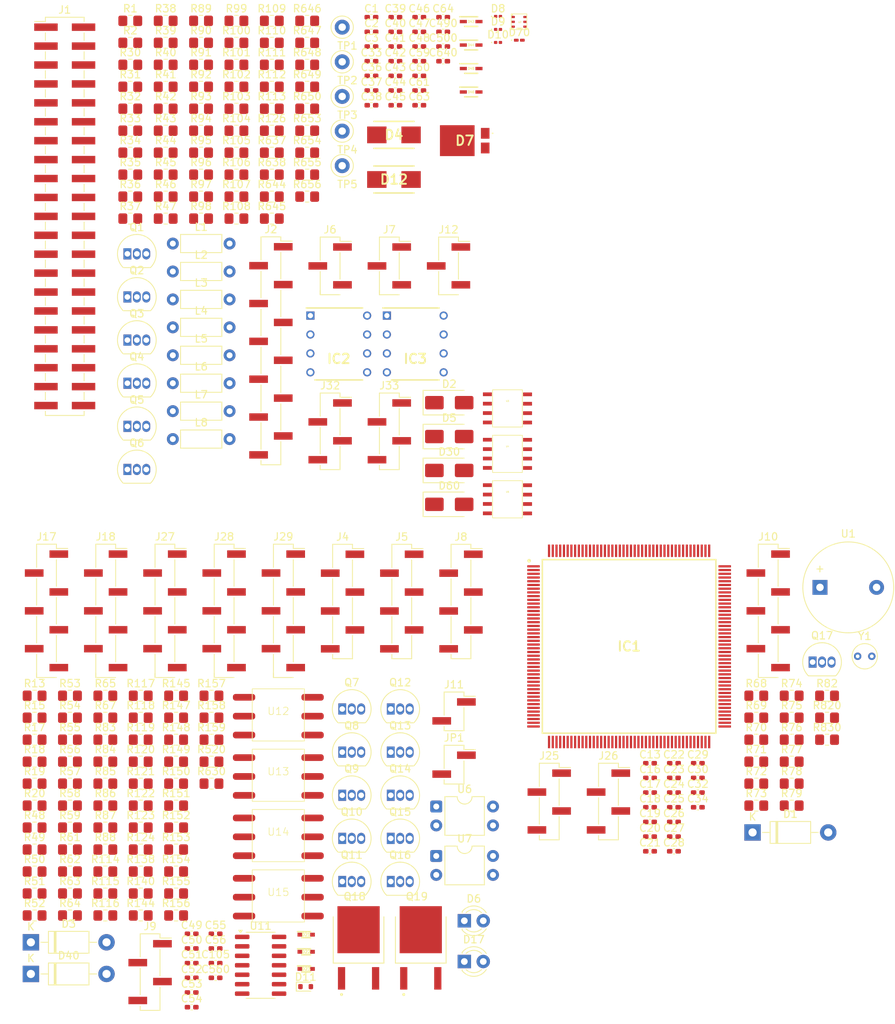
<source format=kicad_pcb>
(kicad_pcb (version 20241229) (generator "pcbnew") (generator_version "9.0")
  (layers (0 "F.Cu" signal) (2 "B.Cu" signal) (13 "F.Paste" user) (15 "B.Paste" user) (5 "F.SilkS" user "F.Silkscreen") (7 "B.SilkS" user "B.Silkscreen") (1 "F.Mask" user) (3 "B.Mask" user) (25 "Edge.Cuts" user))
  (net 0 "")
  (net 1 "D+5V")
  (net 2 "MCU_GND")
  (net 3 "+3.3V")
  (net 4 "VLED+")
  (net 5 "Net-(IC1-VCL)")
  (net 6 "MCU_VCC_3.3_IN")
  (net 7 "Net-(IC1-VCL0)")
  (net 8 "CGC0_EXTAL")
  (net 9 "D+3.3V")
  (net 10 "Net-(U5-BST)")
  (net 11 "Net-(D60-K)")
  (net 12 "CGC0_XTAL")
  (net 13 "Net-(C36-Pad2)")
  (net 14 "Net-(U5-COMP)")
  (net 15 "Net-(U5-SS)")
  (net 16 "Net-(D5-K)")
  (net 17 "Net-(U4-BST)")
  (net 18 "D+24V")
  (net 19 "Net-(C40-Pad1)")
  (net 20 "Net-(U4-COMP)")
  (net 21 "Net-(C42-Pad2)")
  (net 22 "Net-(U4-SS)")
  (net 23 "Net-(U3-BST)")
  (net 24 "Net-(D30-K)")
  (net 25 "Net-(C46-Pad2)")
  (net 26 "Net-(U3-COMP)")
  (net 27 "Net-(C47-Pad2)")
  (net 28 "Net-(U3-SS)")
  (net 29 "Net-(U11-CH4+)")
  (net 30 "Net-(U11-CH4-)")
  (net 31 "Net-(U11-CH1+)")
  (net 32 "Net-(U11-CH1-)")
  (net 33 "Net-(U11-CH3+)")
  (net 34 "Net-(U11-CH3-)")
  (net 35 "Net-(U11-CH2+)")
  (net 36 "Net-(U11-CH2-)")
  (net 37 "TEMP_SENSOR_1")
  (net 38 "PUMP_CURRENT_SENSE_ADC3")
  (net 39 "TXD1")
  (net 40 "RXD1")
  (net 41 "TXD2")
  (net 42 "PUMP_CURRENT_SENSE_ADC2")
  (net 43 "Net-(C500-Pad1)")
  (net 44 "PUMP_CURRENT_SENSE_ADC1")
  (net 45 "RXD2")
  (net 46 "Net-(D1-K)")
  (net 47 "Net-(D1-A)")
  (net 48 "Net-(D2-A)")
  (net 49 "D+12V")
  (net 50 "Net-(D3-A)")
  (net 51 "Net-(D6-A)")
  (net 52 "nFAULT_1")
  (net 53 "+24v")
  (net 54 "Net-(D8-A)")
  (net 55 "Net-(D9-A)")
  (net 56 "Net-(D10-A)")
  (net 57 "nFAULT_2")
  (net 58 "Net-(D17-A)")
  (net 59 "Net-(D40-A)")
  (net 60 "TXD1_IN")
  (net 61 "RXD1_IN")
  (net 62 "TXD2_IN")
  (net 63 "RXD2_IN")
  (net 64 "Net-(D70-A)")
  (net 65 "M1_1")
  (net 67 "PUMP2_REV")
  (net 68 "LED_CNTRL_5")
  (net 70 "TOFF1")
  (net 72 "G1")
  (net 73 "BACKLIGHT_PWM")
  (net 74 "STEP1")
  (net 75 "SDA2")
  (net 76 "OUT_1")
  (net 78 "PUMP3_FWD")
  (net 79 "LED_CNTRL_8")
  (net 80 "IN_1")
  (net 83 "RESET")
  (net 84 "DEBUG0_SWDIO")
  (net 85 "R7")
  (net 87 "DCLK")
  (net 88 "B2")
  (net 89 "DECAY0_2")
  (net 90 "M0_2")
  (net 92 "R5")
  (net 93 "TP_RESET")
  (net 94 "BUZZER_INPUT")
  (net 96 "IN_3")
  (net 98 "PUMP1_FWD")
  (net 99 "LED_CNTRL_9")
  (net 101 "B0")
  (net 105 "DIR1")
  (net 107 "B7")
  (net 108 "SDA")
  (net 111 "LED_CNTRL_4")
  (net 113 "R6")
  (net 114 "INT")
  (net 115 "nSLEEP2")
  (net 117 "B4")
  (net 118 "SDA3")
  (net 119 "IN_2")
  (net 121 "SCL2")
  (net 122 "SCL3")
  (net 123 "R1")
  (net 124 "DECAY1_2")
  (net 126 "G5")
  (net 127 "DEBUG0_TD1")
  (net 128 "DECAY1_1")
  (net 129 "Net-(IC1-XCIN)")
  (net 130 "OUT_2")
  (net 131 "G2")
  (net 132 "STEP2")
  (net 133 "R4")
  (net 134 "ENABLE2")
  (net 136 "M1_2")
  (net 137 "TOFF2")
  (net 138 "G4")
  (net 139 "OUTPUT_2")
  (net 143 "Net-(IC1-P201{slash}MD)")
  (net 147 "B3")
  (net 148 "LED_CNTRL_7")
  (net 149 "DIR2")
  (net 150 "PUMP1_PWM")
  (net 151 "B6")
  (net 152 "SCL1")
  (net 153 "G3")
  (net 156 "SDA1")
  (net 157 "nSLEEP1")
  (net 158 "DATA_ENABLE")
  (net 159 "LED_CNTRL_10")
  (net 160 "PUMP2_FWD")
  (net 161 "R0")
  (net 163 "M0_1")
  (net 164 "R3")
  (net 165 "DEBUG0_SWCLK")
  (net 167 "OUTPUT_1")
  (net 168 "PUMP3_REV")
  (net 169 "LED_CNTRL_6")
  (net 170 "B5")
  (net 171 "OUT_3")
  (net 172 "PUMP1_REV")
  (net 173 "G7")
  (net 174 "ENABLE1")
  (net 175 "G0")
  (net 176 "LED_CNTRL_1")
  (net 178 "VSYNC")
  (net 179 "DECAY0_1")
  (net 180 "HSYNC")
  (net 181 "G6")
  (net 182 "R2")
  (net 184 "PUMP2_PWM")
  (net 186 "PUMP3_PWM")
  (net 187 "DEBUG0_TD0")
  (net 188 "LED_CNTRL_2")
  (net 191 "TP_SCL")
  (net 192 "Net-(IC1-USBHS_RREF)")
  (net 193 "LED_CNTRL_3")
  (net 194 "B1")
  (net 196 "Net-(IC2-ANODE_1)")
  (net 197 "Net-(IC2-ANODE_2)")
  (net 198 "Net-(IC3-ANODE_1)")
  (net 199 "Net-(IC3-ANODE_2)")
  (net 202 "VLED-")
  (net 208 "TP_SDA")
  (net 210 "VREF1")
  (net 211 "OUT+12V")
  (net 212 "VREF2")
  (net 213 "EXTRA_OUT_2")
  (net 214 "EXTRA_OUT_1")
  (net 215 "EXTRA_OUT_3")
  (net 216 "EXTRA_IN_2")
  (net 217 "EXTRA_IN_1")
  (net 218 "LED_IN4")
  (net 219 "LED_IN6")
  (net 220 "LED_IN2")
  (net 221 "LED_IN5")
  (net 222 "LED_IN3")
  (net 223 "LED_IN1")
  (net 224 "LED_IN9")
  (net 225 "LED_IN7")
  (net 226 "LED_IN8")
  (net 227 "LED_IN10")
  (net 228 "DC_OUT_2")
  (net 229 "DC_OUT_1")
  (net 231 "7-12V")
  (net 232 "6569_VREF_1")
  (net 233 "6569_VREF_2")
  (net 234 "6569_VREF_3")
  (net 235 "TXD1_IN_CON")
  (net 236 "RXD1_IN_CON")
  (net 237 "RXD2_IN_CON")
  (net 238 "TXD2_IN_CON")
  (net 239 "Net-(Q1-B)")
  (net 240 "Net-(Q2-B)")
  (net 241 "Net-(Q3-B)")
  (net 242 "Net-(Q4-B)")
  (net 243 "Net-(Q5-B)")
  (net 244 "Net-(Q6-B)")
  (net 245 "Net-(Q7-B)")
  (net 246 "Net-(Q8-B)")
  (net 247 "Net-(Q9-B)")
  (net 248 "Net-(Q10-B)")
  (net 249 "Net-(Q11-B)")
  (net 250 "Net-(Q12-B)")
  (net 251 "Net-(Q13-B)")
  (net 252 "Net-(Q14-B)")
  (net 253 "Net-(Q15-B)")
  (net 254 "Net-(Q16-B)")
  (net 255 "Net-(Q17-B)")
  (net 256 "BUZZER")
  (net 257 "Net-(Q18-Pad1)")
  (net 258 "Net-(Q19-Pad1)")
  (net 259 "Net-(R1-Pad2)")
  (net 260 "Net-(R87-Pad1)")
  (net 261 "Net-(R88-Pad1)")
  (net 262 "Net-(U5-EN)")
  (net 263 "Net-(U5-FB)")
  (net 264 "Net-(U5-FSW)")
  (net 265 "Net-(U4-EN)")
  (net 266 "Net-(U4-FB)")
  (net 267 "Net-(U4-FSW)")
  (net 268 "Net-(U3-EN)")
  (net 269 "Net-(U3-FB)")
  (net 270 "Net-(U3-FSW)")
  (net 271 "CH4+")
  (net 272 "CH1+")
  (net 273 "CH4-")
  (net 274 "CH3-")
  (net 275 "CH1-")
  (net 276 "CH2+")
  (net 277 "CH3+")
  (net 278 "CH2-")
  (footprint "Capacitor_SMD:C_0402_1005Metric_Pad0.74x0.62mm_HandSolder" (layer "F.Cu") (at 74.015 132.795)
    (property "Reference" "C24")
    (property "Value" "0.1uF")
  )
  (footprint "Capacitor_SMD:C_0402_1005Metric_Pad0.74x0.62mm_HandSolder" (layer "F.Cu") (at 70.805 130.825)
    (property "Reference" "C16")
    (property "Value" "0.1uF")
  )
  (footprint "Resistor_SMD:R_0805_2012Metric_Pad1.20x1.40mm_HandSolder" (layer "F.Cu") (at 10.525 38.035)
    (property "Reference" "R92")
    (property "Value" "10K")
  )
  (footprint "Capacitor_SMD:C_0402_1005Metric_Pad0.74x0.62mm_HandSolder" (layer "F.Cu") (at 33.405 40.515)
    (property "Reference" "C38")
    (property "Value" "100nF/50v")
  )
  (footprint "Resistor_SMD:R_0805_2012Metric_Pad1.20x1.40mm_HandSolder" (layer "F.Cu") (at 15.275 38.035)
    (property "Reference" "R102")
    (property "Value" "1K")
  )
  (footprint "Capacitor_SMD:C_0402_1005Metric_Pad0.74x0.62mm_HandSolder" (layer "F.Cu") (at 36.615 36.575)
    (property "Reference" "C43")
    (property "Value" "22nF/25V")
  )
  (footprint "Resistor_SMD:R_0805_2012Metric_Pad1.20x1.40mm_HandSolder" (layer "F.Cu") (at -11.825 137.495)
    (property "Reference" "R48")
    (property "Value" "1K")
  )
  (footprint "Resistor_SMD:R_0805_2012Metric_Pad1.20x1.40mm_HandSolder" (layer "F.Cu") (at -2.325 140.445)
    (property "Reference" "R88")
    (property "Value" "470E")
  )
  (footprint "Resistor_SMD:R_0805_2012Metric_Pad1.20x1.40mm_HandSolder" (layer "F.Cu") (at -11.825 140.445)
    (property "Reference" "R49")
    (property "Value" "1K")
  )
  (footprint "Package_TO_SOT_THT:TO-92_Inline" (layer "F.Cu") (at 35.995 144.735)
    (property "Reference" "Q16")
    (property "Value" "PN2222A")
  )
  (footprint "Package_DIP:DIP-4_W7.62mm" (layer "F.Cu") (at 42.105 141.305)
    (property "Reference" "U7")
    (property "Value" "PC817")
  )
  (footprint "footprints:SD05-01FTG" (layer "F.Cu") (at 46.79 32.435)
    (property "Reference" "D44")
    (property "Value" "SD05-01FTG" (hide yes))
  )
  (footprint "TestPoint:TestPoint_Loop_D1.80mm_Drill1.0mm_Beaded" (layer "F.Cu") (at 29.475 43.985)
    (property "Reference" "TP4")
    (property "Value" "3.3V_TP")
  )
  (footprint "Resistor_SMD:R_0805_2012Metric_Pad1.20x1.40mm_HandSolder" (layer "F.Cu") (at 11.925 125.695)
    (property "Reference" "R159")
    (property "Value" "5.1K")
  )
  (footprint "Capacitor_SMD:C_0402_1005Metric_Pad0.74x0.62mm_HandSolder" (layer "F.Cu") (at 12.475 151.755)
    (property "Reference" "C55")
    (property "Value" "c104")
  )
  (footprint "Resistor_SMD:R_0805_2012Metric_Pad1.20x1.40mm_HandSolder" (layer "F.Cu") (at 2.425 128.645)
    (property "Reference" "R120")
    (property "Value" "1K")
  )
  (footprint "Resistor_SMD:R_0805_2012Metric_Pad1.20x1.40mm_HandSolder" (layer "F.Cu") (at -7.075 149.295)
    (property "Reference" "R64")
    (property "Value" "1K")
  )
  (footprint "Resistor_SMD:R_0805_2012Metric_Pad1.20x1.40mm_HandSolder" (layer "F.Cu") (at 7.175 128.645)
    (property "Reference" "R149")
    (property "Value" "3.3K")
  )
  (footprint "Resistor_SMD:R_0805_2012Metric_Pad1.20x1.40mm_HandSolder" (layer "F.Cu") (at 11.925 119.795)
    (property "Reference" "R157")
    (property "Value" "5.1K")
  )
  (footprint "Resistor_SMD:R_0805_2012Metric_Pad1.20x1.40mm_HandSolder" (layer "F.Cu") (at -11.825 143.395)
    (property "Reference" "R50")
    (property "Value" "1K")
  )
  (footprint "Resistor_SMD:R_0805_2012Metric_Pad1.20x1.40mm_HandSolder" (layer "F.Cu") (at 85.075 119.795)
    (property "Reference" "R68")
    (property "Value" "100k")
  )
  (footprint "footprints:QFP50P2600X2600X170-176M" (layer "F.Cu") (at 68 113.17)
    (property "Reference" "IC1")
    (property "Value" "R7FA6M3AF3CFC#BA0" (hide yes))
  )
  (footprint "footprints:AOZ1283PI" (layer "F.Cu") (at 51.67 86.82)
    (property "Reference" "U4")
    (property "Value" "~")
  )
  (footprint "Connector_PinHeader_2.54mm:PinHeader_1x07_P2.54mm_Vertical_SMD_Pin1Right" (layer "F.Cu") (at -2.275 108.395)
    (property "Reference" "J18")
    (property "Value" "Conn_01x07_Pin")
  )
  (footprint "Diode_THT:D_DO-41_SOD81_P10.16mm_Horizontal" (layer "F.Cu") (at -12.325 152.895)
    (property "Reference" "D3")
    (property "Value" "1N4007")
  )
  (footprint "Resistor_SMD:R_0805_2012Metric_Pad1.20x1.40mm_HandSolder" (layer "F.Cu") (at 7.175 119.795)
    (property "Reference" "R145")
    (property "Value" "680E")
  )
  (footprint "Resistor_SMD:R_0805_2012Metric_Pad1.20x1.40mm_HandSolder" (layer "F.Cu") (at 2.425 119.795)
    (property "Reference" "R117")
    (property "Value" "1K")
  )
  (footprint "Package_TO_SOT_THT:TO-92_Inline" (layer "F.Cu") (at 29.485 133.155)
    (property "Reference" "Q9")
    (property "Value" "PN2222A")
  )
  (footprint "Resistor_SMD:R_0805_2012Metric_Pad1.20x1.40mm_HandSolder" (layer "F.Cu") (at -7.075 131.595)
    (property "Reference" "R57")
    (property "Value" "1K")
  )
  (footprint "footprints:SD05-01FTG" (layer "F.Cu") (at 46.79 35.585)
    (property "Reference" "D45")
    (property "Value" "SD05-01FTG" (hide yes))
  )
  (footprint "Resistor_SMD:R_0805_2012Metric_Pad1.20x1.40mm_HandSolder" (layer "F.Cu") (at 15.275 35.085)
    (property "Reference" "R101")
    (property "Value" "31.1K")
  )
  (footprint "Resistor_SMD:R_0805_2012Metric_Pad1.20x1.40mm_HandSolder" (layer "F.Cu") (at 2.425 122.745)
    (property "Reference" "R118")
    (property "Value" "1K")
  )
  (footprint "Package_TO_SOT_THT:TO-92_Inline" (layer "F.Cu") (at 35.995 133.155)
    (property "Reference" "Q14")
    (property "Value" "PN2222A")
  )
  (footprint "Capacitor_SMD:C_0402_1005Metric_Pad0.74x0.62mm_HandSolder" (layer "F.Cu") (at 9.265 157.665)
    (property "Reference" "C52")
    (property "Value" "C104")
  )
  (footprint "Resistor_SMD:R_0805_2012Metric_Pad1.20x1.40mm_HandSolder" (layer "F.Cu") (at 20.025 35.085)
    (property "Reference" "R111")
    (property "Value" "10K")
  )
  (footprint "Resistor_SMD:R_0805_2012Metric_Pad1.20x1.40mm_HandSolder" (layer "F.Cu") (at 85.075 128.645)
    (property "Reference" "R71")
    (property "Value" "100k")
  )
  (footprint "Inductor_THT:L_Axial_L5.3mm_D2.2mm_P7.62mm_Horizontal_Vishay_IM-1" (layer "F.Cu") (at 6.735 81.585)
    (property "Reference" "L7")
    (property "Value" "~")
  )
  (footprint "Capacitor_SMD:C_0402_1005Metric_Pad0.74x0.62mm_HandSolder" (layer "F.Cu") (at 33.405 38.545)
    (property "Reference" "C37")
    (property "Value" "22nF/25V")
  )
  (footprint "Diode_THT:D_DO-41_SOD81_P10.16mm_Horizontal" (layer "F.Cu") (at 84.575 138.145)
    (property "Reference" "D1")
    (property "Value" "1N4007")
  )
  (footprint "Resistor_SMD:R_0805_2012Metric_Pad1.20x1.40mm_HandSolder" (layer "F.Cu") (at 2.425 146.345)
    (property "Reference" "R140")
    (property "Value" "5.1K")
  )
  (footprint "Resistor_SMD:R_0805_2012Metric_Pad1.20x1.40mm_HandSolder" (layer "F.Cu") (at 5.775 55.735)
    (property "Reference" "R47")
    (property "Value" "10K")
  )
  (footprint "Capacitor_SMD:C_0402_1005Metric_Pad0.74x0.62mm_HandSolder" (layer "F.Cu") (at 74.015 130.825)
    (property "Reference" "C23")
    (property "Value" "0.1uF")
  )
  (footprint "Connector_PinHeader_2.54mm:PinHeader_1x07_P2.54mm_Vertical_SMD_Pin1Right" (layer "F.Cu") (at 13.625 108.395)
    (property "Reference" "J28")
    (property "Value" "Conn_01x07_Pin")
  )
  (footprint "Resistor_SMD:R_0805_2012Metric_Pad1.20x1.40mm_HandSolder" (layer "F.Cu") (at 20.025 32.135)
    (property "Reference" "R110")
    (property "Value" "100K")
  )
  (footprint "Resistor_SMD:R_0805_2012Metric_Pad1.20x1.40mm_HandSolder" (layer "F.Cu") (at -11.825 146.345)
    (property "Reference" "R51")
    (property "Value" "1K")
  )
  (footprint "Resistor_SMD:R_0805_2012Metric_Pad1.20x1.40mm_HandSolder" (layer "F.Cu") (at -11.825 122.745)
    (property "Reference" "R15")
    (property "Value" "5.1K")
  )
  (footprint "Package_TO_SOT_THT:TO-92_Inline" (layer "F.Cu") (at 0.635 66.255)
    (property "Reference" "Q2")
    (property "Value" "PN2222A")
  )
  (footprint "Resistor_SMD:R_0805_2012Metric_Pad1.20x1.40mm_HandSolder" (layer "F.Cu") (at 5.775 52.785)
    (property "Reference" "R46")
    (property "Value" "10K")
  )
  (footprint "Package_DIP:DIP-4_W7.62mm" (layer "F.Cu") (at 42.105 134.665)
    (property "Reference" "U6")
    (property "Value" "PC817")
  )
  (footprint "Capacitor_SMD:C_0402_1005Metric_Pad0.74x0.62mm_HandSolder" (layer "F.Cu") (at 12.475 157.665)
    (property "Reference" "C560")
    (property "Value" "c104")
  )
  (footprint "Inductor_THT:L_Axial_L5.3mm_D2.2mm_P7.62mm_Horizontal_Vishay_IM-1" (layer "F.Cu") (at 6.735 77.835)
    (property "Reference" "L6")
    (property "Value" "~")
  )
  (footprint "Package_TO_SOT_THT:TO-92_Inline" (layer "F.Cu") (at 29.485 121.575)
    (property "Reference" "Q7")
    (property "Value" "PN2222A")
  )
  (footprint "Resistor_SMD:R_0805_2012Metric_Pad1.20x1.40mm_HandSolder" (layer "F.Cu") (at 7.175 131.595)
    (property "Reference" "R150")
    (property "Value" "3.3K")
  )
  (footprint "Capacitor_SMD:C_0402_1005Metric_Pad0.74x0.62mm_HandSolder" (layer "F.Cu") (at 39.825 36.575)
    (property "Reference" "C60")
    (property "Value" "22pF")
  )
  (footprint "Inductor_THT:L_Axial_L5.3mm_D2.2mm_P7.62mm_Horizontal_Vishay_IM-1" (layer "F.Cu") (at 6.735 66.585)
    (property "Reference" "L3")
    (property "Value" "6.58uH/4A")
  )
  (footprint "Capacitor_SMD:C_0402_1005Metric_Pad0.74x0.62mm_HandSolder" (layer "F.Cu") (at 33.405 36.575)
    (property "Reference" "C36")
    (property "Value" "1nF/25v")
  )
  (footprint "Resistor_SMD:R_0805_2012Metric_Pad1.20x1.40mm_HandSolder" (layer "F.Cu") (at -11.825 134.545)
    (property "Reference" "R20")
    (property "Value" "5.1K")
  )
  (footprint "Capacitor_SMD:C_0402_1005Metric_Pad0.74x0.62mm_HandSolder" (layer "F.Cu") (at 36.615 30.665)
    (property "Reference" "C40")
    (property "Value" "22uF/16V")
  )
  (footprint "LED_THT:LED_D3.0mm_Clear" (layer "F.Cu") (at 45.875 155.475)
    (property "Reference" "D17")
    (property "Value" "3MM_LED")
  )
  (footprint "Resistor_SMD:R_0805_2012Metric_Pad1.20x1.40mm_HandSolder" (layer "F.Cu") (at -7.075 122.745)
    (property "Reference" "R54")
    (property "Value" "1K")
  )
  (footprint "Resistor_SMD:R_0805_2012Metric_Pad1.20x1.40mm_HandSolder" (layer "F.Cu") (at 24.775 38.035)
    (property "Reference" "R649")
    (property "Value" "220E")
  )
  (footprint "Resistor_SMD:R_0805_2012Metric_Pad1.20x1.40mm_HandSolder" (layer "F.Cu") (at 1.025 55.735)
    (property "Reference" "R37")
    (property "Value" "10K")
  )
  (footprint "footprints:SD05-01FTG" (layer "F.Cu") (at 46.79 29.285)
    (property "Reference" "D43")
    (property "Value" "SD05-01FTG" (hide yes))
  )
  (footprint "Resistor_SMD:R_0805_2012Metric_Pad1.20x1.40mm_HandSolder" (layer "F.Cu") (at 10.525 40.985)
    (property "Reference" "R93")
    (property "Value" "100K")
  )
  (footprint "Capacitor_SMD:C_0402_1005Metric_Pad0.74x0.62mm_HandSolder" (layer "F.Cu") (at 39.825 30.665)
    (property "Reference" "C47")
    (property "Value" "1nF/25v")
  )
  (footprint "Capacitor_SMD:C_0402_1005Metric_Pad0.74x0.62mm_HandSolder" (layer "F.Cu") (at 74.015 128.855)
    (property "Reference" "C22")
    (property "Value" "0.1uF")
  )
  (footprint "Resistor_SMD:R_0805_2012Metric_Pad1.20x1.40mm_HandSolder" (layer "F.Cu") (at 15.275 49.835)
    (property "Reference" "R106")
    (property "Value" "10K")
  )
  (footprint "Resistor_SMD:R_0805_2012Metric_Pad1.20x1.40mm_HandSolder" (layer "F.Cu") (at 15.275 55.735)
    (property "Reference" "R108")
    (property "Value" "0R")
  )
  (footprint "Resistor_SMD:R_0805_2012Metric_Pad1.20x1.40mm_HandSolder" (layer "F.Cu") (at 20.025 55.735)
    (property "Reference" "R645")
    (property "Value" "220E")
  )
  (footprint "Connector_PinHeader_2.54mm:PinHeader_1x04_P2.54mm_Vertical_SMD_Pin1Right" (layer "F.Cu") (at 27.855 84.295)
    (property "Reference" "J32")
    (property "Value" "Conn_01x04_Pin")
  )
  (footprint "Capacitor_SMD:C_0402_1005Metric_Pad0.74x0.62mm_HandSolder" (layer "F.Cu") (at 77.225 130.825)
    (property "Reference" "C30")
    (property "Value" "0.1uF")
  )
  (footprint "Resistor_SMD:R_0805_2012Metric_Pad1.20x1.40mm_HandSolder" (layer "F.Cu") (at 11.925 128.645)
    (property "Reference" "R520")
    (property "Value" "1K")
  )
  (footprint "Resistor_SMD:R_0805_2012Metric_Pad1.20x1.40mm_HandSolder" (layer "F.Cu") (at -2.325 137.495)
    (property "Reference" "R87")
    (property "Value" "470E")
  )
  (footprint "Resistor_SMD:R_0805_2012Metric_Pad1.20x1.40mm_HandSolder" (layer "F.Cu") (at 94.575 119.795)
    (property "Reference" "R82")
    (property "Value" "0E")
  )
  (footprint "Resistor_SMD:R_0805_2012Metric_Pad1.20x1.40mm_HandSolder" (layer "F.Cu") (at 10.525 46.885)
    (property "Reference" "R95")
    (property "Value" "100K")
  )
  (footprint "Resistor_SMD:R_0805_2012Metric_Pad1.20x1.40mm_HandSolder" (layer "F.Cu") (at -11.825 128.645)
    (property "Reference" "R18")
    (property "Value" "5.1K")
  )
  (footprint "Resistor_SMD:R_0805_2012Metric_Pad1.20x1.40mm_HandSolder" (layer "F.Cu") (at 5.775 49.835)
    (property "Reference" "R45")
    (property "Value" "1K")
  )
  (footprint "Resistor_SMD:R_0805_2012Metric_Pad1.20x1.40mm_HandSolder" (layer "F.Cu") (at 89.825 122.745)
    (property "Reference" "R75")
    (property "Value" "0E")
  )
  (footprint "Capacitor_SMD:C_0402_1005Metric_Pad0.74x0.62mm_HandSolder" (layer "F.Cu") (at 39.825 32.635)
    (property "Reference" "C48")
    (property "Value" "22nF/25V")
  )
  (footprint "Inductor_THT:L_Axial_L5.3mm_D2.2mm_P7.62mm_Horizontal_Vishay_IM-1" (layer "F.Cu") (at 6.735 85.335)
    (property "Reference" "L8")
    (property "Value" "~")
  )
  (footprint "Resistor_SMD:R_0805_2012Metric_Pad1.20x1.40mm_HandSolder" (layer "F.Cu") (at 24.775 49.835)
    (property "Reference" "R655")
    (property "Value" "0E")
  )
  (footprint "Capacitor_SMD:C_0402_1005Metric_Pad0.74x0.62mm_HandSolder" (layer "F.Cu") (at 33.405 34.605)
    (property "Reference" "C33")
    (property "Value" "100nF/50v")
  )
  (footprint "Inductor_THT:L_Axial_L5.3mm_D2.2mm_P7.62mm_Horizontal_Vishay_IM-1" (layer "F.Cu") (at 6.735 59.085)
    (property "Reference" "L1")
    (property "Value" "100uH/4A")
  )
  (footprint "footprints:AOZ1283PI" (layer "F.Cu") (at 51.67 92.92)
    (property "Reference" "U5")
    (property "Value" "~")
  )
  (footprint "Capacitor_SMD:C_0402_1005Metric_Pad0.74x0.62mm_HandSolder" (layer "F.Cu") (at 77.225 134.765)
    (property "Reference" "C34")
    (property "Value" "22pF")
  )
  (footprint "Capacitor_SMD:C_0402_1005Metric_Pad0.74x0.62mm_HandSolder" (layer "F.Cu") (at 77.225 128.855)
    (property "Reference" "C29")
    (property "Value" "0.1uF")
  )
  (footprint "Capacitor_SMD:C_0402_1005Metric_Pad0.74x0.62mm_HandSolder" (layer "F.Cu") (at 33.405 30.665)
    (property "Reference" "C2")
    (property "Value" "100nF/16V")
  )
  (footprint "Resistor_SMD:R_0805_2012Metric_Pad1.20x1.40mm_HandSolder" (layer "F.Cu") (at 10.525 32.135)
    (property "Reference" "R90")
    (property "Value" "0R")
  )
  (footprint "Capacitor_SMD:C_0402_1005Metric_Pad0.74x0.62mm_HandSolder" (layer "F.Cu") (at 77.225 132.795)
    (property "Reference" "C32")
    (property "Value" "0.22uF/63V")
  )
  (footprint "Capacitor_SMD:C_0402_1005Metric_Pad0.74x0.62mm_HandSolder" (layer "F.Cu") (at 33.405 32.635)
    (property "Reference" "C3")
    (property "Value" "47uF/50V")
  )
  (footprint "TestPoint:TestPoint_Loop_D2.50mm_Drill1.0mm" (layer "F.Cu") (at 29.475 30.035)
    (property "Reference" "TP1")
    (property "Value" "24V_TP")
  )
  (footprint "Capacitor_SMD:C_0402_1005Metric_Pad0.74x0.62mm_HandSolder" (layer "F.Cu") (at 12.475 155.695)
    (property "Reference" "C105")
    (property "Value" "C56")
  )
  (footprint "Package_SO:SOIC-14_3.9x8.7mm_P1.27mm" (layer "F.Cu") (at 18.525 155.98)
    (property "Reference" "U11")
    (property "Value" "MCP3428x-xSL")
  )
  (footprint "footprints:AOD4184" (layer "F.Cu") (at 31.675 153.645)
    (property "Reference" "Q18")
    (property "Value" "AOD2610")
  )
  (footprint "Resistor_SMD:R_0805_2012Metric_Pad1.20x1.40mm_HandSolder" (layer "F.Cu") (at 5.775 40.985)
    (property "Reference" "R42")
    (property "Value" "10K")
  )
  (footprint "Package_TO_SOT_THT:TO-92_Inline" (layer "F.Cu") (at 0.635 89.415)
    (property "Reference" "Q6")
    (property "Value" "PN2222A")
  )
  (footprint "Diode_THT:D_DO-41_SOD81_P10.16mm_Horizontal" (layer "F.Cu") (at -12.325 157.145)
    (property "Reference" "D40")
    (property "Value" "1N4007")
  )
  (footprint "Resistor_SMD:R_0805_2012Metric_Pad1.20x1.40mm_HandSolder" (layer "F.Cu") (at 20.025 52.785)
    (property "Reference" "R644")
    (property "Value" "220E")
  )
  (footprint "Resistor_SMD:R_0805_2012Metric_Pad1.20x1.40mm_HandSolder" (layer "F.Cu") (at 1.025 40.985)
    (property "Reference" "R32")
    (property "Value" "1K")
  )
  (footprint "Resistor_SMD:R_0805_2012Metric_Pad1.20x1.40mm_HandSolder" (layer "F.Cu") (at 15.275 29.185)
    (property "Reference" "R99")
    (property "Value" "0R")
  )
  (footprint "Package_TO_SOT_THT:TO-92_Inline" (layer "F.Cu") (at 0.635 60.465)
    (property "Reference" "Q1")
    (property "Value" "PN2222A")
  )
  (footprint "Resistor_SMD:R_0805_2012Metric_Pad1.20x1.40mm_HandSolder" (layer "F.Cu") (at 24.775 29.185)
    (property "Reference" "R646")
    (property "Value" "1K")
  )
  (footprint "Capacitor_SMD:C_0402_1005Metric_Pad0.74x0.62mm_HandSolder" (layer "F.Cu") (at 33.405 28.695)
    (property "Reference" "C1")
    (property "Value" "22uF/50V")
  )
  (footprint "Capacitor_SMD:C_0402_1005Metric_Pad0.74x0.62mm_HandSolder" (layer "F.Cu") (at 36.615 38.545)
    (property "Reference" "C44")
    (property "Value" "100nF/50v")
  )
  (footprint "footprints:SD05-01FTG" (layer "F.Cu") (at 46.79 38.735)
    (property "Reference" "D46")
    (property "Value" "SD05-01FTG" (hide yes))
  )
  (footprint "Resistor_SMD:R_0805_2012Metric_Pad1.20x1.40mm_HandSolder" (layer "F.Cu") (at 1.025 32.135)
    (property "Reference" "R2")
    (property "Value" "1E")
  )
  (footprint "TestPoint:TestPoint_Loop_D1.80mm_Drill1.0mm_Beaded" (layer "F.Cu") (at 29.475 39.335)
    (property "Reference" "TP3")
    (property "Value" "5V_TP")
  )
  (footprint "Capacitor_SMD:C_0402_1005Metric_Pad0.74x0.62mm_HandSolder" (layer "F.Cu") (at 70.805 128.855)
    (property "Reference" "C13")
    (property "Value" "C104")
  )
  (footprint "Connector_PinHeader_2.54mm:PinHeader_1x04_P2.54mm_Vertical_SMD_Pin1Right" (layer "F.Cu") (at 3.685 156.895)
    (property "Reference" "J9")
    (property "Value" "Conn_01x04_Pin")
  )
  (footprint "TestPoint:TestPoint_Loop_D1.80mm_Drill1.0mm_Beaded" (layer "F.Cu") (at 29.475 34.685)
    (property "Reference" "TP2")
    (property "Value" "12V_TP")
  )
  (footprint "Connector_PinHeader_2.54mm:PinHeader_2x21_P2.54mm_Vertical_SMD" (layer "F.Cu") (at -7.775 55.435)
    (property "Reference" "J1")
    (property "Value" "Conn_01x42_Pin")
  )
  (footprint "Resistor_SMD:R_0805_2012Metric_Pad1.20x1.40mm_HandSolder" (layer "F.Cu") (at 89.825 125.695)
    (property "Reference" "R76")
    (property "Value" "1k")
  )
  (footprint "Buzzer_Beeper:Buzzer_12x9.5RM7.6" (layer "F.Cu") (at 93.625 105.245)
    (property "Reference" "U1")
    (property "Value" "~")
  )
  (footprint "Connector_PinHeader_2.54mm:PinHeader_1x06_P2.54mm_Vertical_SMD_Pin1Right" (layer "F.Cu") (at 45.425 107.145)
    (property "Reference" "J8")
    (property "Value" "Conn_01x06_Pin")
  )
  (footprint "Resistor_SMD:R_0805_2012Metric_Pad1.20x1.40mm_HandSolder" (layer "F.Cu") (at 1.025 46.885)
    (property "Reference" "R34")
    (property "Value" "10K")
  )
  (footprint "Resistor_SMD:R_0805_2012Metric_Pad1.20x1.40mm_HandSolder" (layer "F.Cu") (at -7.075 119.795)
    (property "Reference" "R53")
    (property "Value" "1K")
  )
  (footprint "Capacitor_SMD:C_0402_1005Metric_Pad0.74x0.62mm_HandSolder" (layer "F.Cu") (at 74.015 138.705)
    (property "Reference" "C27")
    (property "Value" "0.1uF")
  )
  (footprint "Resistor_SMD:R_0805_2012Metric_Pad1.20x1.40mm_HandSolder" (layer "F.Cu") (at 89.825 119.795)
    (property "Reference" "R74")
    (property "Value" "0E")
  )
  (footprint "Resistor_SMD:R_0805_2012Metric_Pad1.20x1.40mm_HandSolder" (layer "F.Cu") (at 2.425 140.445)
    (property "Reference" "R124")
    (property "Value" "5.1K")
  )
  (footprint "Capacitor_SMD:C_0402_1005Metric_Pad0.74x0.62mm_HandSolder" (layer "F.Cu") (at 39.825 34.605)
    (property "Reference" "C59")
    (property "Value" "0.1uF")
  )
  (footprint "Resistor_SMD:R_0805_2012Metric_Pad1.20x1.40mm_HandSolder" (layer "F.Cu") (at 15.275 43.935)
    (property "Reference" "R104")
    (property "Value" "100K")
  )
  (footprint "Diode_SMD:D_SOD-523" (layer "F.Cu") (at 24.57 158.845)
    (property "Reference" "D11")
    (property "Value" "ESD5Zxx")
  )
  (footprint "Resistor_SMD:R_0805_2012Metric_Pad1.20x1.40mm_HandSolder" (layer "F.Cu") (at 85.075 125.695)
    (property "Reference" "R70")
    (property "Value" "100k")
  )
  (footprint "Connector_PinHeader_2.54mm:PinHeader_1x07_P2.54mm_Vertical_SMD_Pin1Right" (layer "F.Cu") (at -10.225 108.395)
    (property "Reference" "J17")
    (property "Value" "Conn_01x07_Pin")
  )
  (footprint "Capacitor_SMD:C_0402_1005Metric_Pad0.74x0.62mm_HandSolder" (layer "F.Cu") (at 43.035 32.635)
    (property "Reference" "C500")
    (property "Value" "10uF/63V")
  )
  (footprint "Resistor_SMD:R_0805_2012Metric_Pad1.20x1.40mm_HandSolder" (layer "F.Cu") (at -2.325 125.695)
    (property "Reference" "R83")
    (property "Value" "220E")
  )
  (footprint "Resistor_SMD:R_0805_2012Metric_Pad1.20x1.40mm_HandSolder" (layer "F.Cu") (at 5.775 29.185)
    (property "Reference" "R38")
    (property "Value" "1K")
  )
  (footprint "Connector_PinHeader_2.54mm:PinHeader_1x07_P2.54mm_Vertical_SMD_Pin1Right" (layer "F.Cu") (at 86.675 108.395)
    (property "Reference" "J10")
    (property "Value" "Conn_01x07_Pin")
  )
  (footprint "Resistor_SMD:R_0805_2012Metric_Pad1.20x1.40mm_HandSolder" (layer "F.Cu") (at 1.025 38.035)
    (property "Reference" "R31")
    (property "Value" "10K")
  )
  (footprint "Resistor_SMD:R_0805_2012Metric_Pad1.20x1.40mm_HandSolder" (layer "F.Cu") (at 7.175 125.695)
    (property "Reference" "R148")
    (property "Value" "5.1K")
  )
  (footprint "Resistor_SMD:R_0805_2012Metric_Pad1.20x1.40mm_HandSolder" (layer "F.Cu") (at -11.825 131.595)
    (property "Reference" "R19")
    (property "Value" "5.1K")
  )
  (footprint "Capacitor_SMD:C_0402_1005Metric_Pad0.74x0.62mm_HandSolder" (layer "F.Cu") (at 70.805 138.705)
    (property "Reference" "C20")
    (property "Value" "0.1uF")
  )
  (footprint "Resistor_SMD:R_0805_2012Metric_Pad1.20x1.40mm_HandSolder" (layer "F.Cu") (at 5.775 32.135)
    (property "Reference" "R39")
    (property "Value" "1K")
  )
  (footprint "Connector_PinHeader_2.54mm:PinHeader_1x04_P2.54mm_Vertical_SMD_Pin1Right" (layer "F.Cu") (at 57.275 133.995)
    (property "Reference" "J25")
    (property "Value" "Conn_01x04_Pin")
  )
  (footprint "Capacitor_SMD:C_0402_1005Metric_Pad0.74x0.62mm_HandSolder" (layer "F.Cu") (at 9.265 155.695)
    (property "Reference" "C51")
    (property "Value" "C104")
  )
  (footprint "Connector_PinHeader_2.54mm:PinHeader_1x06_P2.54mm_Vertical_SMD_Pin1Right" (layer "F.Cu") (at 29.525 107.145)
    (property "Reference" "J4")
    (property "Value" "Conn_01x06_Pin")
  )
  (footprint "Capacitor_SMD:C_0402_1005Metric_Pad0.74x0.62mm_HandSolder" (layer "F.Cu") (at 70.805 140.675)
    (property "Reference" "C21")
    (property "Value" "0.1uF")
  )
  (footprint "Resistor_SMD:R_0805_2012Metric_Pad1.20x1.40mm_HandSolder" (layer "F.Cu") (at 1.025 49.835)
    (property "Reference" "R35")
    (property "Value" "10K")
  )
  (footprint "footprints:P6SMB68CA" (layer "F.Cu") (at 36.425 44.495)
    (property "Reference" "D4")
    (property "Value" "P6SMB68CA" (hide yes))
  )
  (footprint "Resistor_SMD:R_0805_2012Metric_Pad1.20x1.40mm_HandSolder" (layer "F.Cu") (at 2.425 131.595)
    (property "Reference" "R121")
    (property "Value" "1K")
  )
  (footprint "Resistor_SMD:R_0805_2012Metric_Pad1.20x1.40mm_HandSolder" (layer "F.Cu") (at -7.075 143.395)
    (property "Reference" "R62")
    (property "Value" "1K")
  )
  (footprint "Capacitor_SMD:C_0402_1005Metric_Pad0.74x0.62mm_HandSolder" (layer "F.Cu") (at 74.015 136.735)
    (property "Reference" "C26")
    (property "Value" "0.1uF")
  )
  (footprint "footprints:mps20n0040d-s" (layer "F.Cu") (at 20.9 130.47)
    (property "Reference" "U13")
    (property "Value" "~")
  )
  (footprint "Resistor_SMD:R_0805_2012Metric_Pad1.20x1.40mm_HandSolder" (layer "F.Cu") (at -2.325 122.745)
    (property "Reference" "R67")
    (property "Value" "1K")
  )
  (footprint "Resistor_SMD:R_0805_2012Metric_Pad1.20x1.40mm_HandSolder" (layer "F.Cu") (at 89.825 128.645)
    (property "Reference" "R77")
    (property "Value" "10E")
  )
  (footprint "Capacitor_SMD:C_0402_1005Metric_Pad0.74x0.62mm_HandSolder" (layer "F.Cu") (at 43.035 34.605)
    (property "Reference" "C640")
    (property "Value" "22pF")
  )
  (footprint "Package_TO_SOT_THT:TO-92_Inline" (layer "F.Cu") (at 29.485 127.365)
    (property "Reference" "Q8")
    (property "Value" "PN2222A")
  )
  (footprint "Resistor_SMD:R_0805_2012Metric_Pad1.20x1.40mm_HandSolder" (layer "F.Cu") (at 5.775 38.035)
    (property "Reference" "R41")
    (property "Value" "10K")
  )
  (footprint "Package_TO_SOT_THT:TO-92_Inline" (layer "F.Cu") (at 35.995 121.575)
    (property "Reference" "Q12")
    (property "Value" "PN2222A")
  )
  (footprint "Resistor_SMD:R_0805_2012Metric_Pad1.20x1.40mm_HandSolder" (layer "F.Cu") (at -7.075 125.695)
    (property "Reference" "R55")
    (property "Value" "1K")
  )
  (footprint "LED_SMD:LED_0201_0603Metric" (layer "F.Cu") (at 50.4 32.085)
    (property "Reference" "D10")
    (property "Value" "LED")
  )
  (footprint "Resistor_SMD:R_0805_2012Metric_Pad1.20x1.40mm_HandSolder" (layer "F.Cu") (at 11.925 131.595)
    (property "Reference" "R630")
    (property "Value" "1K")
  )
  (footprint "Capacitor_SMD:C_0402_1005Metric_Pad0.74x0.62mm_HandSolder" (layer "F.Cu") (at 9.265 161.605)
    (property "Reference" "C54")
    (property "Value" "c104")
  )
  (footprint "Capacitor_SMD:C_0402_1005Metric_Pad0.74x0.62mm_HandSolder" (layer "F.Cu") (at 70.805 132.795)
    (property "Reference" "C17")
    (property "Value" "C104")
  )
  (footprint "Resistor_SMD:R_0805_2012Metric_Pad1.20x1.40mm_HandSolder" (layer "F.Cu") (at 10.525 55.735)
    (property "Reference" "R98")
    (property "Value" "4.7K")
  )
  (footprint "Connector_PinHeader_2.54mm:PinHeader_1x03_P2.54mm_Vertical_SMD_Pin1Right" (layer "F.Cu") (at 27.855 62.085)
    (property "Reference" "J6")
    (property "Value" "Conn_01x03_Pin")
  )
  (footprint "Resistor_SMD:R_0805_2012Metric_Pad1.20x1.40mm_HandSolder" (layer "F.Cu") (at -2.325 146.345)
    (property "Reference" "R115")
    (property "Value" "1K")
  )
  (footprint "Package_TO_SOT_THT:TO-92_Inline" (layer "F.Cu") (at 29.485 138.945)
    (property "Reference" "Q10")
    (property "Value" "PN2222A")
  )
  (footprint "Resistor_SMD:R_0805_2012Metric_Pad1.20x1.40mm_HandSolder" (layer "F.Cu") (at -11.825 125.695)
    (property "Reference" "R17")
    (property "Value" "5.1K")
  )
  (footprint "footprints:PESD5Z5.0F" (layer "F.Cu") (at 24.64 156.47)
    (property "Reference" "D23")
    (property "Value" "PESD5Z5.0F" (hide yes))
  )
  (footprint "Resistor_SMD:R_0805_2012Metric_Pad1.20x1.40mm_HandSolder" (layer "F.Cu") (at 10.525 52.785)
    (property "Reference" "R97")
    (property "Value" "10K")
  )
  (footprint "Resistor_SMD:R_0805_2012Metric_Pad1.20x1.40mm_HandSolder" (layer "F.Cu") (at 1.025 52.785)
    (property "Reference" "R36")
    (property "Value" "10K")
  )
  (footprint "Package_TO_SOT_THT:TO-92_Inline" (layer "F.Cu") (at 29.485 144.735)
    (property "Reference" "Q11")
    (property "Value" "PN2222A")
  )
  (footprint "Resistor_SMD:R_0805_2012Metric_Pad1.20x1.40mm_HandSolder" (layer "F.Cu") (at 85.075 122.745)
    (property "Reference" "R69")
    (property "Value" "100k")
  )
  (footprint "Resistor_SMD:R_0805_2012Metric_Pad1.20x1.40mm_HandSolder" (layer "F.Cu") (at 2.425 143.395)
    (property "Reference" "R138")
    (property "Value" "680E")
  )
  (footprint "Resistor_SMD:R_0805_2012Metric_Pad1.20x1.40mm_HandSolder" (layer "F.Cu") (at 7.175 134.545)
    (property "Reference" "R151")
    (property "Value" "5.1K")
  )
  (footprint "footprints:PESD5Z5.0F" (layer "F.Cu") (at 24.64 154.17)
    (property "Reference" "D22")
    (property "Value" "PESD5Z5.0F" (hide yes))
  )
  (footprint "footprints:AOZ1283PI" (layer "F.Cu") (at 51.67 80.72)
    (property "Reference" "U3")
    (property "Value" "~")
  )
  (footprint "Capacitor_SMD:C_0402_1005Metric_Pad0.74x0.62mm_HandSolder" (layer "F.Cu") (at 39.825 40.515)
    (property "Reference" "C63")
    (property "Value" "22pF")
  )
  (footprint "Resistor_SMD:R_0805_2012Metric_Pad1.20x1.40mm_HandSolder" (layer "F.Cu") (at -2.325 134.545)
    (property "Reference" "R86")
    (property "Value" "10K")
  )
  (footprint "Resistor_SMD:R_0805_2012Metric_Pad1.20x1.40mm_HandSolder" (layer "F.Cu") (at 2.425 149.295)
    (property "Reference" "R144")
    (property "Value" "5.1K")
  )
  (footprint "Capacitor_SMD:C_0402_1005Metric_Pad0.74x0.62mm_HandSolder" (layer "F.Cu") (at 43.035 30.665)
    (property "Reference" "C490")
    (property "Value" "47uF/63V")
  )
  (footprint "footprints:mps20n0040d-s" (layer "F.Cu") (at 20.9 146.67)
    (property "Reference" "U15")
    (property "Value" "~")
  )
  (footprint "Resistor_SMD:R_0805_2012Metric_Pad1.20x1.40mm_HandSolder" (layer "F.Cu") (at 1.025 29.185)
    (property "Reference" "R1")
    (property "Value" "1E")
  )
  (footprint "footprints:AOD4184" (layer "F.Cu") (at 40.025 153.645)
    (property "Reference" "Q19")
    (property "Value" "AOD2610")
  )
  (footprint "Resistor_SMD:R_0805_2012Metric_Pad1.20x1.40mm_HandSolder" (layer "F.Cu") (at 20.025 49.835)
    (property "Reference" "R638")
    (property "Value" "0E")
  )
  (footprint "Capacitor_SMD:C_0402_1005Metric_Pad0.74x0.62mm_HandSolder" (layer "F.Cu") (at 70.805 136.735)
    (property "Reference" "C19")
    (property "Value" "0.1uF")
  )
  (footprint "Crystal:Crystal_C38-LF_D3.0mm_L8.0mm_Vertical" (layer "F.Cu") (at 98.685 114.495)
    (property "Reference" "Y1")
    (property "Value" "20MHz")
  )
  (footprint "Connector_PinHeader_2.54mm:PinHeader_1x06_P2.54mm_Vertical_SMD_Pin1Right" (layer "F.Cu") (at 37.475 107.145)
    (property "Reference" "J5")
    (property "Value" "Conn_01x06_Pin")
  )
  (footprint "Resistor_SMD:R_0805_2012Metric_Pad1.20x1.40mm_HandSolder" (layer "F.Cu") (at -7.075 128.645)
    (property "Reference" "R56")
    (property "Value" "1K")
  )
  (footprint "Resistor_SMD:R_0805_2012Metric_Pad1.20x1.40mm_HandSolder" (layer "F.Cu") (at 2.425 134.545)
    (property "Reference" "R122")
    (property "Value" "5.1K")
  )
  (footprint "Connector_PinHeader_2.54mm:PinHeader_1x03_P2.54mm_Vertical_SMD_Pin1Right" (layer "F.Cu") (at 35.805 62.085)
    (property "Reference" "J7")
    (property "Value" "Conn_01x03_Pin")
  )
  (footprint "Capacitor_SMD:C_0402_1005Metric_Pad0.74x0.62mm_HandSolder" (layer "F.Cu") (at 9.265 159.635)
    (property "Reference" "C53")
    (property "Value" "10uF")
  )
  (footprint "Inductor_THT:L_Axial_L5.3mm_D2.2mm_P7.62mm_Horizontal_Vishay_IM-1" (layer "F.Cu") (at 6.735 70.335)
    (property "Reference" "L4")
    (property "Value" "6.5uH/4A")
  )
  (footprint "TestPoint:TestPoint_Loop_D1.80mm_Drill1.0mm_Beaded" (layer "F.Cu") (at 29.475 48.635)
    (property "Reference" "TP5")
    (property "Value" "GND_TP")
  )
  (footprint "Resistor_SMD:R_0805_2012Metric_Pad1.20x1.40mm_HandSolder" (layer "F.Cu") (at 5.775 35.085)
    (property "Reference" "R40")
    (property "Value" "10K")
  )
  (footprint "Resistor_SMD:R_0805_2012Metric_Pad1.20x1.40mm_HandSolder" (layer "F.Cu") (at 7.175 122.745)
    (property "Reference" "R147")
    (property "Value" "5.1K")
  )
  (footprint "LED_THT:LED_D3.0mm_Clear" (layer "F.Cu") (at 45.875 150.005)
    (property "Reference" "D6")
    (property "Value" "3MM_LED")
  )
  (footprint "footprints:P6SMB68CA" (layer "F.Cu") (at 36.425 50.485)
    (property "Reference" "D12")
    (property "Value" "P6SMB68CA" (hide yes))
  )
  (footprint "Diode_SMD:D_SMA" (layer "F.Cu") (at 43.85 84.995)
    (property "Reference" "D5")
    (property "Value" "SS34")
  )
  (footprint "Package_TO_SOT_THT:TO-92_Inline" (layer "F.Cu") (at 0.635 83.625)
    (property "Reference" "Q5")
    (property "Value" "PN2222A")
  )
  (footprint "footprints:mps20n0040d-s" (layer "F.Cu") (at 20.9 122.37)
    (property "Reference" "U12")
    (property "Value" "~")
  )
  (footprint "Package_TO_SOT_THT:TO-92_Inline" (layer "F.Cu") (at 35.995 127.365)
    (property "Reference" "Q13")
    (property "Value" "PN2222A")
  )
  (footprint "Connector_PinHeader_2.54mm:PinHeader_1x02_P2.54mm_Vertical_SMD_Pin1Right" (layer "F.Cu") (at 44.495 121.895)
    (property "Reference" "J11")
    (property "Value" "Conn_01x02_Pin")
  )
  (footprint "Diode_SMD:D_SMA" (layer "F.Cu") (at 43.85 94.095)
    (property "Reference" "D60")
    (property "Value" "SS34")
  )
  (footprint "Resistor_SMD:R_0805_2012Metric_Pad1.20x1.40mm_HandSolder" (layer "F.Cu") (at 5.775 46.885)
    (property "Reference" "R44")
    (property "Value" "1K")
  )
  (footprint "Resistor_SMD:R_0805_2012Metric_Pad1.20x1.40mm_HandSolder" (layer "F.Cu") (at 24.775 43.935)
    (property "Reference" "R653")
    (property "Value" "10K")
  )
  (footprint "Resistor_SMD:R_0805_2012Metric_Pad1.20x1.40mm_HandSolder" (layer "F.Cu") (at -2.325 119.795)
    (property "Reference" "R65")
    (property "Value" "1K")
  )
  (footprint "Resistor_SMD:R_0805_2012Metric_Pad1.20x1.40mm_HandSolder" (layer "F.Cu") (at 15.275 40.985)
    (property "Reference" "R103")
    (property "Value" "10K")
  )
  (footprint "LED_SMD:LED_0201_0603Metric_Pad0.64x0.40mm_HandSolder" (layer "F.Cu") (at 53.255 31.785)
    (property "Reference" "D70")
    (property "Value" "LED")
  )
  (footprint "Capacitor_SMD:C_0402_1005Metric_Pad0.74x0.62mm_HandSolder" (layer "F.Cu") (at 36.615 34.605)
    (property "Reference" "C42")
    (property "Value" "1nF/25v")
  )
  (footprint "Capacitor_SMD:C_0402_1005Metric_Pad0.74x0.62mm_HandSolder" (layer "F.Cu") (at 39.825 28.695)
    (property "Reference" "C46")
    (property "Value" "100nF/50v")
  )
  (footprint "Resistor_SMD:R_0805_2012Metric_Pad1.20x1.40mm_HandSolder" (layer "F.Cu") (at 20.025 38.035)
    (property "Reference" "R112")
    (property "Value" "100K")
  )
  (footprint "Connector_PinHeader_2.54mm:PinHeader_1x02_P2.54mm_Vertical_SMD_Pin1Right" (layer "F.Cu") (at 44.495 129.045)
    (property "Reference" "JP1")
    (property "Value" "Conn_01x02_Pin")
  )
  (footprint "Resistor_SMD:R_0805_2012Metric_Pad1.20x1.40mm_HandSolder" (layer "F.Cu") (at 20.025 40.985)
    (property "Reference" "R113")
    (property "Value" "10K")
  )
  (footprint "Resistor_SMD:R_0805_2012Metric_Pad1.20x1.40mm_HandSolder" (layer "F.Cu") (at 10.525 43.935)
    (property "Reference" "R94")
    (property "Value" "10K")
  )
  (footprint "Resistor_SMD:R_0805_2012Metric_Pad1.20x1.40mm_HandSolder" (layer "F.Cu") (at 20.025 29.185)
    (property "Reference" "R109")
    (property "Value" "52.3K")
  )
  (footprint "Resistor_SMD:R_0805_2012Metric_Pad1.20x1.40mm_HandSolder" (layer "F.Cu") (at 24.775 35.085)
    (property "Reference" "R648")
    (property "Value" "220E")
  )
  (footprint "Inductor_THT:L_Axial_L5.3mm_D2.2mm_P7.62mm_Horizontal_Vishay_IM-1" (layer "F.Cu") (at 6.735 62.835)
    (property "Reference" "L2")
    (property "Value" "4.7uH/4A")
  )
  (footprint "Resistor_SMD:R_0805_2012Metric_Pad1.20x1.40mm_HandSolder" (layer "F.Cu") (at 1.025 43.935)
    (property "Reference" "R33")
    (property "Value" "1K")
  )
  (footprint "Package_TO_SOT_THT:TO-92_Inline" (layer "F.Cu") (at 0.635 72.045)
    (property "Reference" "Q3")
    (property "Value" "PN2222A")
  )
  (footprint "Capacitor_SMD:C_0402_1005Metric_Pad0.74x0.62mm_HandSolder" (layer "F.Cu") (at 43.035 28.695)
    (property "Reference" "C64")
    (property "Value" "0.1uF")
  )
  (footprint "footprints:mps20n0040d-s" (layer "F.Cu") (at 20.9 138.57)
    (property "Reference" "U14")
    (property "Value" "~")
  )
  (footprint "footprints:DIP762W50P254L966H390Q8N" (layer "F.Cu") (at 29.015 72.565)
    (property "Reference" "IC2")
    (property "Value" "TLP2662_F_" (hide yes))
  )
  (footprint "Resistor_SMD:R_0805_2012Metric_Pad1.20x1.40mm_HandSolder" (layer "F.Cu") (at 10.525 29.185)
    (property "Reference" "R89")
    (property "Value" "56K")
  )
  (footprint "Connector_PinHeader_2.54mm:PinHeader_1x03_P2.54mm_Vertical_SMD_Pin1Right" (layer "F.Cu") (at 43.755 62.085)
    (property "Reference" "J12")
    (property "Value" "Conn_01x03_Pin")
  )
  (footprint "Package_TO_SOT_THT:TO-92_Inline" (layer "F.Cu") (at 35.995 138.945)
    (property "Reference" "Q15")
    (property "Value" "PN2222A")
  )
  (footprint "Resistor_SMD:R_0805_2012Metric_Pad1.20x1.40mm_HandSolder" (layer "F.Cu") (at 2.425 125.695)
    (property "Reference" "R119")
    (property "Value" "1K")
  )
  (footprint "Resistor_SMD:R_0805_2012Metric_Pad1.20x1.40mm_HandSolder" (layer "F.Cu") (at 7.175 143.395)
    (property "Reference" "R154")
    (property "Value" "3.3K")
  )
  (footprint "Resistor_SMD:R_0805_2012Metric_Pad1.20x1.40mm_HandSolder" (layer "F.Cu") (at -7.075 137.495)
    (property "Reference" "R59")
    (property "Value" "1K")
  )
  (footprint "Resistor_SMD:R_0805_2012Metric_Pad1.20x1.40mm_HandSolder" (layer "F.Cu") (at 10.525 49.835)
    (property "Reference" "R96")
    (property "Value" "56K")
  )
  (footprint "Capacitor_SMD:C_0402_1005Metric_Pad0.74x0.62mm_HandSolder" (layer "F.Cu") (at 36.615 40.515)
    (property "Reference" "C45")
    (property "Value" "47uF/63V")
  )
  (footprint "Package_TO_SOT_THT:TO-92_Inline" (layer "F.Cu") (at 92.635 115.275)
    (property "Reference" "Q17")
    (property "Value" "PN2222A")
  )
  (footprint "Resistor_SMD:R_0805_2012Metric_Pad1.20x1.40mm_HandSolder" (layer "F.Cu") (at 94.575 122.745)
    (property "Reference" "R820")
    (property "Value" "10K")
  )
  (footprint "Resistor_SMD:R_0805_2012Metric_Pad1.20x1.40mm_HandSolder" (layer "F.Cu") (at 24.775 46.885)
    (property "Reference" "R654")
    (property "Value" "10K")
  )
  (footprint "Capacitor_SMD:C_0402_1005Metric_Pad0.74x0.62mm_HandSolder" (layer "F.Cu") (at 36.615 32.635)
    (property "Reference" "C41")
    (property "Value" "10nF/50v")
  )
  (footprint "Resistor_SMD:R_0805_2012Metric_Pad1.20x1.40mm_HandSolder" (layer "F.Cu") (at 89.825 131.595)
    (property "Reference" "R78")
    (property "Value" "2.2k")
  )
  (footprint "Capacitor_SMD:C_0402_1005Metric_Pad0.74x0.62mm_HandSolder" (layer "F.Cu") (at 12.475 153.725)
    (property "Reference" "C56")
    (property "Value" "c104")
  )
  (footprint "Resistor_SMD:R_0805_2012Metric_Pad1.20x1.40mm_HandSolder" (layer "F.Cu") (at 11.925 122.745)
    (property "Reference" "R158")
    (property "Value" "5.1K")
  )
  (footprint "Resistor_SMD:R_0805_2012Metric_Pad1.20x1.40mm_HandSolder" (layer "F.Cu") (at 5.775 43.935)
    (property "Reference" "R43")
    (property "Value" "10K")
  )
  (footprint "Resistor_SMD:R_0805_2012Metric_Pad1.20x1.40mm_HandSolder" (layer "F.Cu") (at 85.075 131.595)
    (property "Reference" "R72")
    (property "Value" "100k")
  )
  (footprint "Resistor_SMD:R_0805_2012Metric_Pad1.20x1.40mm_HandSolder" (layer "F.Cu") (at -7.075 140.445)
    (property "Reference" "R61")
    (property "Value" "1K")
  )
  (footprint "Resistor_SMD:R_0805_2012Metric_Pad1.20x1.40mm_HandSolder" (layer "F.Cu") (at 20.025 43.935)
    (property "Reference" "R126")
    (property "Value" "10K")
  )
  (footprint "Capacitor_SMD:C_0402_1005Metric_Pad0.74x0.62mm_HandSolder" (layer "F.Cu") (at 36.615 28.695)
    (property "Reference" "C39")
    (property "Value" "47uF/63V")
  )
  (footprint "Resistor_SMD:R_0805_2012Metric_Pad1.20x1.40mm_HandSolder" (layer "F.Cu") (at 10.525 35.085)
    (property "Reference" "R91")
    (property "Value" "140K")
  )
  (footprint "Connector_PinHeader_2.54mm:PinHeader_1x04_P2.54mm_Vertical_SMD_Pin1Right" (layer "F.Cu") (at 65.225 133.995)
    (property "Reference" "J26")
    (property "Value" "Conn_01x04_Pin")
  )
  (footprint "Resistor_SMD:R_0805_2012Metric_Pad1.20x1.40mm_HandSolder" (layer "F.Cu") (at 7.175 140.445)
    (property "Reference" "R153")
    (property "Value" "5.1K")
  )
  (footprint "Resistor_SMD:R_0805_2012Metric_Pad1.20x1.40mm_HandSolder" (layer "F.Cu") (at 7.175 137.495)
    (property "Reference" "R152")
    (property "Value" "3.3K")
  )
  (footprint "Connector_PinHeader_2.54mm:PinHeader_1x07_P2.54mm_Vertical_SMD_Pin1Right" (layer "F.Cu") (at 21.575 108.395)
    (property "Reference" "J29")
    (property "Value" "Conn_01x07_Pin")
  )
  (footprint "Resistor_SMD:R_0805_2012Metric_Pad1.20x1.40mm_HandSolder" (layer "F.Cu") (at 15.275 32.135)
    (property "Reference" "R100")
    (property "Value" "1K")
  )
  (footprint "footprints:PESD5Z5.0F" (layer "F.Cu") (at 24.64 151.87)
    (property "Reference" "D21")
    (property "Value" "PESD5Z5.0F" (hide yes))
  )
  (footprint "Inductor_THT:L_Axial_L5.3mm_D2.2mm_P7.62mm_Horizontal_Vishay_IM-1" (layer "F.Cu") (at 6.735 74.085)
    (property "Reference" "L5")
    (property "Value" "~")
  )
  (footprint "Diode_SMD:D_SMA" (layer "F.Cu") (at 43.85 80.445)
    (property "Reference" "D2")
    (property "Value" "SS14")
  )
  (footprint "Resistor_SMD:R_0805_2012Metric_Pad1.20x1.40mm_HandSolder" (layer "F.Cu") (at -2.325 143.395)
    (property "Reference" "R114")
    (property "Value" "1K")
  )
  (footprint "footprints:SGM3756" (layer "F.Cu") (at 53.32 29.86)
    (property "Reference" "U2")
    (property "Value" "~")
  )
  (footprint "Resistor_SMD:R_0805_2012Metric_Pad1.20x1.40mm_HandSolder" (layer "F.Cu") (at 24.775 52.785)
    (property "Reference" "R656")
    (property "Value" "0E")
  )
  (footprint "Resistor_SMD:R_0805_2012Metric_Pad1.20x1.40mm_HandSolder" (layer "F.Cu") (at 15.275 46.885)
    (property "Reference" "R105")
    (property "Value" "100K")
  )
  (footprint "Capacitor_SMD:C_0402_1005Metric_Pad0.74x0.62mm_HandSolder" (layer "F.Cu") (at 74.015 140.675)
    (property "Reference" "C28")
    (property "Value" "0.1uF")
  )
  (footprint "Resistor_SMD:R_0805_2012Metric_Pad1.20x1.40mm_HandSolder" (layer "F.Cu") (at 1.025 35.085)
    (property "Reference" "R30")
    (property "Value" "10K")
  )
  (footprint "Resistor_SMD:R_0805_2012Metric_Pad1.20x1.40mm_HandSolder" (layer "F.Cu") (at -7.075 134.545)
    (property "Reference" "R58")
    (property "Value" "1K")
  )
  (footprint "Resistor_SMD:R_0805_2012Metric_Pad1.20x1.40mm_HandSolder" (layer "F.Cu") (at 94.575 125.695)
    (property "Reference" "R830")
    (property "Value" "0E")
  )
  (footprint "Capacitor_SMD:C_0402_1005Metric_Pad0.74x0.62mm_HandSolder" (layer "F.Cu") (at 39.825 38.545)
    (property "Reference" "C61")
    (property "Value" "22pF")
  )
  (footprint "Package_TO_SOT_THT:TO-92_Inline" (layer "F.Cu") (at 0.635 77.835)
    (property "Reference" "Q4")
    (property "Value" "PN2222A")
  )
  (footprint "Connector_PinHeader_2.54mm:PinHeader_1x12_P2.54mm_Vertical_SMD_Pin1Right" (layer "F.Cu") (at 19.905 73.485)
    (property "Reference" "J2")
    (property "Value" "Conn_01x12_Pin")
  )
  (footprint "Resistor_SMD:R_0805_2012Metric_Pad1.20x1.40mm_HandSolder" (layer "F.Cu") (at 7.175 146.345)
    (property "Reference" "R155")
    (property "Value" "5.1K")
  )
  (footprint "Connector_PinHeader_2.54mm:PinHeader_1x07_P2.54mm_Vertical_SMD_Pin1Right" (layer "F.Cu") (at 5.675 108.395)
    (property "Reference" "J27")
    (property "Value" "Conn_01x07_Pin")
  )
  (footprint "Connector_PinHeader_2.54mm:PinHeader_1x04_P2.54mm_Vertical_SMD_Pin1Right" (layer "F.Cu") (at 35.805 84.295)
    (property "Reference" "J33")
    (property "Value" "Conn_01x04_Pin")
  )
  (footprint "Resistor_SMD:R_0805_2012Metric_Pad1.20x1.40mm_HandSolder" (layer "F.Cu") (at 24.775 32.135)
    (property "Reference" "R647")
    (property "Value" "10K")
  )
  (footprint "Diode_SMD:D_SMA" (layer "F.Cu") (at 43.85 89.545)
    (property "Reference" "D30")
    (property "Value" "SS34")
  )
  (footprint "Resistor_SMD:R_0805_2012Metric_Pad1.20x1.40mm_HandSolder" (layer "F.Cu") (at -2.325 149.295)
    (property "Reference" "R116")
    (property "Value" "1K")
  )
  (footprint "Resistor_SMD:R_0805_2012Metric_Pad1.20x1.40mm_HandSolder" (layer "F.Cu") (at -2.325 131.595)
    (property "Reference" "R85")
    (property "Value" "10K")
  )
  (footprint "LED_SMD:LED_0201_0603Metric" (layer "F.Cu") (at 50.4 28.585)
    (property "Reference" "D8")
    (property "Value" "LED")
  )
  (footprint "Resistor_SMD:R_0805_2012Metric_Pad1.20x1.40mm_HandSolder" (layer "F.Cu") (at 24.775 40.985)
    (property "Reference" "R650")
    (property "Value" "1K")
  )
  (footprint "Resistor_SMD:R_0805_2012Metric_Pad1.20x1.40mm_HandSolder" (layer "F.Cu") (at 89.825 134.545)
    (property "Reference" "R79")
    (property "Value" "0E")
  )
  (footprint "Capacitor_SMD:C_0402_1005Metric_Pad0.74x0.62mm_HandSolder" (layer "F.Cu") (at 70.805 134.765)
    (property "Reference" "C18")
    (property "Value" "22pF")
  )
  (footprint "footprints:DIP762W50P254L966H390Q8N" (layer "F.Cu") (at 39.285 72.565)
    (property "Reference" "IC3")
    (property "Value" "TLP2662_F_" (hide yes))
  )
  (footprint "Resistor_SMD:R_0805_2012Metric_Pad1.20x1.40mm_HandSolder" (layer "F.Cu") (at -11.825 149.295)
    (property "Reference" "R52")
    (property "Value" "1K")
  )
  (footprint "Resistor_SMD:R_0805_2012Metric_Pad1.20x1.40mm_HandSolder" (layer "F.Cu") (at 2.425 137.495)
    (property "Reference" "R123")
    (property "Value" "5.1K")
  )
  (footprint "Resistor_SMD:R_0805_2012Metric_Pad1.20x1.40mm_HandSolder" (layer "F.Cu") (at -2.325 128.645)
    (property "Reference" "R84")
    (property "Value" "220E")
  )
  (footprint "Capacitor_SMD:C_0402_1005Metric_Pad0.74x0.62mm_HandSolder" (layer "F.Cu") (at 74.015 134.765)
    (property "Reference" "C25")
    (property "Value" "0.1uF")
  )
  (footprint "Resistor_SMD:R_0805_2012Metric_Pad1.20x1.40mm_HandSolder" (layer "F.Cu") (at 7.175 149.295)
    (property "Reference" "R156")
    (property "Value" "3.3K")
  )
  (footprint "Capacitor_SMD:C_0402_1005Metric_Pad0.74x0.62mm_HandSolder" (layer "F.Cu") (at 9.265 153.725)
    (property "Reference" "C50")
    (property "Value" "C104")
  )
  (footprint "Resistor_SMD:R_0805_2012Metric_Pad1.20x1.40mm_HandSolder" (layer "F.Cu") (at 20.025 46.885)
    (property "Reference" "R637")
    (property "Value" "0E")
  )
  (footprint "Resistor_SMD:R_0805_2012Metric_Pad1.20x1.40mm_HandSolder" (layer "F.Cu") (at -11.825 119.795)
    (property "Reference" "R13")
    (property "Value" "5.1K")
  )
  (footprint "footprints:FES10J" (layer "F.Cu") (at 45.925 45.27)
    (property "Reference" "D7")
    (property "Value" "FES10J" (hide yes))
  )
  (footprint "Resistor_SMD:R_0805_2012Metric_Pad1.20x1.40mm_HandSolder" (layer "F.Cu") (at -7.075 146.345)
    (property "Reference" "R63")
    (property "Value" "1K")
  )
  (footprint "Capacitor_SMD:C_0402_1005Metric_Pad0.74x0.62mm_HandSolder" (layer "F.Cu") (at 9.265 151.755)
    (property "Reference" "C49")
    (property "Value" "c104")
  )
  (footprint "LED_SMD:LED_0201_0603Metric" (layer "F.Cu") (at 50.4 30.335)
    (property "Reference" "D9")
    (property "Value" "LED")
  )
  (footprint "Resistor_SMD:R_0805_2012Metric_Pad1.20x1.40mm_HandSolder" (layer "F.Cu") (at 15.275 52.785)
    (property "Reference" "R107")
    (property "Value" "56K")
  )
  (footprint "Resistor_SMD:R_0805_2012Metric_Pad1.20x1.40mm_HandSolder" (layer "F.Cu") (at 85.075 134.545)
    (property "Reference" "R73")
    (property "Value" "10K")
  )
)
</source>
